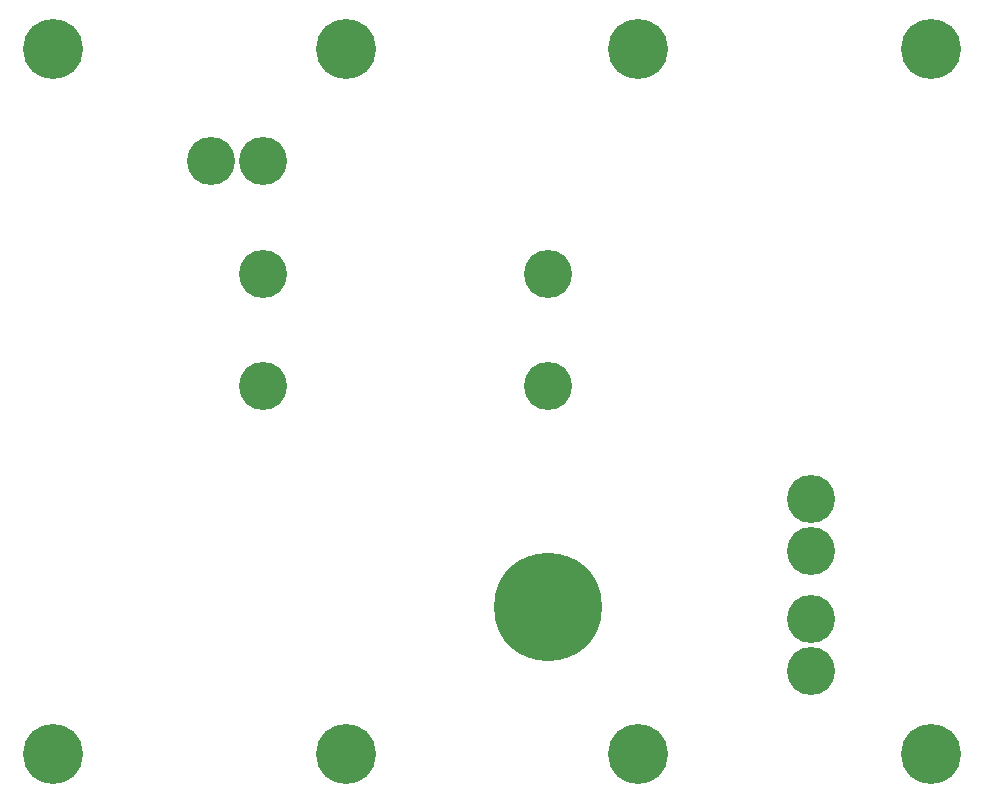
<source format=gbr>
%TF.GenerationSoftware,KiCad,Pcbnew,(5.1.4)-1*%
%TF.CreationDate,2022-01-23T20:52:19+02:00*%
%TF.ProjectId,Front Panel,46726f6e-7420-4506-916e-656c2e6b6963,rev?*%
%TF.SameCoordinates,Original*%
%TF.FileFunction,Copper,L1,Top*%
%TF.FilePolarity,Positive*%
%FSLAX46Y46*%
G04 Gerber Fmt 4.6, Leading zero omitted, Abs format (unit mm)*
G04 Created by KiCad (PCBNEW (5.1.4)-1) date 2022-01-23 20:52:19*
%MOMM*%
%LPD*%
G04 APERTURE LIST*
%TA.AperFunction,ViaPad*%
%ADD10C,5.080000*%
%TD*%
%TA.AperFunction,ViaPad*%
%ADD11C,4.064000*%
%TD*%
%TA.AperFunction,ViaPad*%
%ADD12C,9.144000*%
%TD*%
G04 APERTURE END LIST*
D10*
%TO.N,*%
X171450000Y-37465000D03*
X146685000Y-37465000D03*
X121920000Y-37465000D03*
X97155000Y-37465000D03*
X97155000Y-97155000D03*
X121920000Y-97155000D03*
X146685000Y-97155000D03*
X171450000Y-97155000D03*
D11*
X110490000Y-46990000D03*
X114935000Y-46990000D03*
X114935000Y-56515000D03*
X114935000Y-66040000D03*
X139065000Y-56515000D03*
X139065000Y-66040000D03*
X161290000Y-75565000D03*
X161290000Y-80010000D03*
X161290000Y-85725000D03*
X161290000Y-90170000D03*
D12*
X139065000Y-84709000D03*
%TD*%
M02*

</source>
